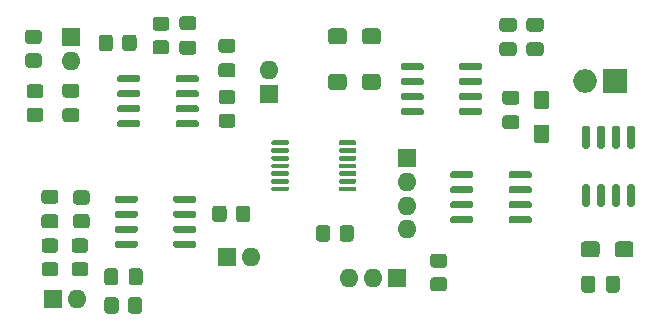
<source format=gbr>
%TF.GenerationSoftware,KiCad,Pcbnew,5.1.8+dfsg1-1~bpo10+1*%
%TF.CreationDate,2020-11-21T14:30:28+03:00*%
%TF.ProjectId,ADCandDAC,41444361-6e64-4444-9143-2e6b69636164,rev?*%
%TF.SameCoordinates,Original*%
%TF.FileFunction,Soldermask,Top*%
%TF.FilePolarity,Negative*%
%FSLAX46Y46*%
G04 Gerber Fmt 4.6, Leading zero omitted, Abs format (unit mm)*
G04 Created by KiCad (PCBNEW 5.1.8+dfsg1-1~bpo10+1) date 2020-11-21 14:30:28*
%MOMM*%
%LPD*%
G01*
G04 APERTURE LIST*
%ADD10R,1.600000X1.600000*%
%ADD11O,1.600000X1.600000*%
%ADD12R,2.000000X2.000000*%
%ADD13O,2.000000X2.000000*%
G04 APERTURE END LIST*
%TO.C,C4*%
G36*
G01*
X45406600Y29065800D02*
X46356600Y29065800D01*
G75*
G02*
X46606600Y28815800I0J-250000D01*
G01*
X46606600Y28140800D01*
G75*
G02*
X46356600Y27890800I-250000J0D01*
G01*
X45406600Y27890800D01*
G75*
G02*
X45156600Y28140800I0J250000D01*
G01*
X45156600Y28815800D01*
G75*
G02*
X45406600Y29065800I250000J0D01*
G01*
G37*
G36*
G01*
X45406600Y26990800D02*
X46356600Y26990800D01*
G75*
G02*
X46606600Y26740800I0J-250000D01*
G01*
X46606600Y26065800D01*
G75*
G02*
X46356600Y25815800I-250000J0D01*
G01*
X45406600Y25815800D01*
G75*
G02*
X45156600Y26065800I0J250000D01*
G01*
X45156600Y26740800D01*
G75*
G02*
X45406600Y26990800I250000J0D01*
G01*
G37*
%TD*%
%TO.C,C3*%
G36*
G01*
X47692600Y26990800D02*
X48642600Y26990800D01*
G75*
G02*
X48892600Y26740800I0J-250000D01*
G01*
X48892600Y26065800D01*
G75*
G02*
X48642600Y25815800I-250000J0D01*
G01*
X47692600Y25815800D01*
G75*
G02*
X47442600Y26065800I0J250000D01*
G01*
X47442600Y26740800D01*
G75*
G02*
X47692600Y26990800I250000J0D01*
G01*
G37*
G36*
G01*
X47692600Y29065800D02*
X48642600Y29065800D01*
G75*
G02*
X48892600Y28815800I0J-250000D01*
G01*
X48892600Y28140800D01*
G75*
G02*
X48642600Y27890800I-250000J0D01*
G01*
X47692600Y27890800D01*
G75*
G02*
X47442600Y28140800I0J250000D01*
G01*
X47442600Y28815800D01*
G75*
G02*
X47692600Y29065800I250000J0D01*
G01*
G37*
%TD*%
%TO.C,C1*%
G36*
G01*
X32212300Y24062001D02*
X32212300Y23211999D01*
G75*
G02*
X31962301Y22962000I-249999J0D01*
G01*
X30887299Y22962000D01*
G75*
G02*
X30637300Y23211999I0J249999D01*
G01*
X30637300Y24062001D01*
G75*
G02*
X30887299Y24312000I249999J0D01*
G01*
X31962301Y24312000D01*
G75*
G02*
X32212300Y24062001I0J-249999D01*
G01*
G37*
G36*
G01*
X35087300Y24062001D02*
X35087300Y23211999D01*
G75*
G02*
X34837301Y22962000I-249999J0D01*
G01*
X33762299Y22962000D01*
G75*
G02*
X33512300Y23211999I0J249999D01*
G01*
X33512300Y24062001D01*
G75*
G02*
X33762299Y24312000I249999J0D01*
G01*
X34837301Y24312000D01*
G75*
G02*
X35087300Y24062001I0J-249999D01*
G01*
G37*
%TD*%
%TO.C,C2*%
G36*
G01*
X35100000Y27922801D02*
X35100000Y27072799D01*
G75*
G02*
X34850001Y26822800I-249999J0D01*
G01*
X33774999Y26822800D01*
G75*
G02*
X33525000Y27072799I0J249999D01*
G01*
X33525000Y27922801D01*
G75*
G02*
X33774999Y28172800I249999J0D01*
G01*
X34850001Y28172800D01*
G75*
G02*
X35100000Y27922801I0J-249999D01*
G01*
G37*
G36*
G01*
X32225000Y27922801D02*
X32225000Y27072799D01*
G75*
G02*
X31975001Y26822800I-249999J0D01*
G01*
X30899999Y26822800D01*
G75*
G02*
X30650000Y27072799I0J249999D01*
G01*
X30650000Y27922801D01*
G75*
G02*
X30899999Y28172800I249999J0D01*
G01*
X31975001Y28172800D01*
G75*
G02*
X32225000Y27922801I0J-249999D01*
G01*
G37*
%TD*%
%TO.C,C5*%
G36*
G01*
X18303000Y27124000D02*
X19253000Y27124000D01*
G75*
G02*
X19503000Y26874000I0J-250000D01*
G01*
X19503000Y26199000D01*
G75*
G02*
X19253000Y25949000I-250000J0D01*
G01*
X18303000Y25949000D01*
G75*
G02*
X18053000Y26199000I0J250000D01*
G01*
X18053000Y26874000D01*
G75*
G02*
X18303000Y27124000I250000J0D01*
G01*
G37*
G36*
G01*
X18303000Y29199000D02*
X19253000Y29199000D01*
G75*
G02*
X19503000Y28949000I0J-250000D01*
G01*
X19503000Y28274000D01*
G75*
G02*
X19253000Y28024000I-250000J0D01*
G01*
X18303000Y28024000D01*
G75*
G02*
X18053000Y28274000I0J250000D01*
G01*
X18053000Y28949000D01*
G75*
G02*
X18303000Y29199000I250000J0D01*
G01*
G37*
%TD*%
%TO.C,C6*%
G36*
G01*
X22555000Y26097500D02*
X21605000Y26097500D01*
G75*
G02*
X21355000Y26347500I0J250000D01*
G01*
X21355000Y27022500D01*
G75*
G02*
X21605000Y27272500I250000J0D01*
G01*
X22555000Y27272500D01*
G75*
G02*
X22805000Y27022500I0J-250000D01*
G01*
X22805000Y26347500D01*
G75*
G02*
X22555000Y26097500I-250000J0D01*
G01*
G37*
G36*
G01*
X22555000Y24022500D02*
X21605000Y24022500D01*
G75*
G02*
X21355000Y24272500I0J250000D01*
G01*
X21355000Y24947500D01*
G75*
G02*
X21605000Y25197500I250000J0D01*
G01*
X22555000Y25197500D01*
G75*
G02*
X22805000Y24947500I0J-250000D01*
G01*
X22805000Y24272500D01*
G75*
G02*
X22555000Y24022500I-250000J0D01*
G01*
G37*
%TD*%
%TO.C,C7*%
G36*
G01*
X9347000Y20234000D02*
X8397000Y20234000D01*
G75*
G02*
X8147000Y20484000I0J250000D01*
G01*
X8147000Y21159000D01*
G75*
G02*
X8397000Y21409000I250000J0D01*
G01*
X9347000Y21409000D01*
G75*
G02*
X9597000Y21159000I0J-250000D01*
G01*
X9597000Y20484000D01*
G75*
G02*
X9347000Y20234000I-250000J0D01*
G01*
G37*
G36*
G01*
X9347000Y22309000D02*
X8397000Y22309000D01*
G75*
G02*
X8147000Y22559000I0J250000D01*
G01*
X8147000Y23234000D01*
G75*
G02*
X8397000Y23484000I250000J0D01*
G01*
X9347000Y23484000D01*
G75*
G02*
X9597000Y23234000I0J-250000D01*
G01*
X9597000Y22559000D01*
G75*
G02*
X9347000Y22309000I-250000J0D01*
G01*
G37*
%TD*%
%TO.C,C8*%
G36*
G01*
X11692000Y6652000D02*
X11692000Y7602000D01*
G75*
G02*
X11942000Y7852000I250000J0D01*
G01*
X12617000Y7852000D01*
G75*
G02*
X12867000Y7602000I0J-250000D01*
G01*
X12867000Y6652000D01*
G75*
G02*
X12617000Y6402000I-250000J0D01*
G01*
X11942000Y6402000D01*
G75*
G02*
X11692000Y6652000I0J250000D01*
G01*
G37*
G36*
G01*
X13767000Y6652000D02*
X13767000Y7602000D01*
G75*
G02*
X14017000Y7852000I250000J0D01*
G01*
X14692000Y7852000D01*
G75*
G02*
X14942000Y7602000I0J-250000D01*
G01*
X14942000Y6652000D01*
G75*
G02*
X14692000Y6402000I-250000J0D01*
G01*
X14017000Y6402000D01*
G75*
G02*
X13767000Y6652000I0J250000D01*
G01*
G37*
%TD*%
%TO.C,C9*%
G36*
G01*
X48286899Y20015200D02*
X49136901Y20015200D01*
G75*
G02*
X49386900Y19765201I0J-249999D01*
G01*
X49386900Y18690199D01*
G75*
G02*
X49136901Y18440200I-249999J0D01*
G01*
X48286899Y18440200D01*
G75*
G02*
X48036900Y18690199I0J249999D01*
G01*
X48036900Y19765201D01*
G75*
G02*
X48286899Y20015200I249999J0D01*
G01*
G37*
G36*
G01*
X48286899Y22890200D02*
X49136901Y22890200D01*
G75*
G02*
X49386900Y22640201I0J-249999D01*
G01*
X49386900Y21565199D01*
G75*
G02*
X49136901Y21315200I-249999J0D01*
G01*
X48286899Y21315200D01*
G75*
G02*
X48036900Y21565199I0J249999D01*
G01*
X48036900Y22640201D01*
G75*
G02*
X48286899Y22890200I249999J0D01*
G01*
G37*
%TD*%
%TO.C,C10*%
G36*
G01*
X52049500Y9026099D02*
X52049500Y9876101D01*
G75*
G02*
X52299499Y10126100I249999J0D01*
G01*
X53374501Y10126100D01*
G75*
G02*
X53624500Y9876101I0J-249999D01*
G01*
X53624500Y9026099D01*
G75*
G02*
X53374501Y8776100I-249999J0D01*
G01*
X52299499Y8776100D01*
G75*
G02*
X52049500Y9026099I0J249999D01*
G01*
G37*
G36*
G01*
X54924500Y9026099D02*
X54924500Y9876101D01*
G75*
G02*
X55174499Y10126100I249999J0D01*
G01*
X56249501Y10126100D01*
G75*
G02*
X56499500Y9876101I0J-249999D01*
G01*
X56499500Y9026099D01*
G75*
G02*
X56249501Y8776100I-249999J0D01*
G01*
X55174499Y8776100D01*
G75*
G02*
X54924500Y9026099I0J249999D01*
G01*
G37*
%TD*%
%TO.C,C11*%
G36*
G01*
X6619000Y14488500D02*
X7569000Y14488500D01*
G75*
G02*
X7819000Y14238500I0J-250000D01*
G01*
X7819000Y13563500D01*
G75*
G02*
X7569000Y13313500I-250000J0D01*
G01*
X6619000Y13313500D01*
G75*
G02*
X6369000Y13563500I0J250000D01*
G01*
X6369000Y14238500D01*
G75*
G02*
X6619000Y14488500I250000J0D01*
G01*
G37*
G36*
G01*
X6619000Y12413500D02*
X7569000Y12413500D01*
G75*
G02*
X7819000Y12163500I0J-250000D01*
G01*
X7819000Y11488500D01*
G75*
G02*
X7569000Y11238500I-250000J0D01*
G01*
X6619000Y11238500D01*
G75*
G02*
X6369000Y11488500I0J250000D01*
G01*
X6369000Y12163500D01*
G75*
G02*
X6619000Y12413500I250000J0D01*
G01*
G37*
%TD*%
%TO.C,C12*%
G36*
G01*
X45646100Y22887100D02*
X46596100Y22887100D01*
G75*
G02*
X46846100Y22637100I0J-250000D01*
G01*
X46846100Y21962100D01*
G75*
G02*
X46596100Y21712100I-250000J0D01*
G01*
X45646100Y21712100D01*
G75*
G02*
X45396100Y21962100I0J250000D01*
G01*
X45396100Y22637100D01*
G75*
G02*
X45646100Y22887100I250000J0D01*
G01*
G37*
G36*
G01*
X45646100Y20812100D02*
X46596100Y20812100D01*
G75*
G02*
X46846100Y20562100I0J-250000D01*
G01*
X46846100Y19887100D01*
G75*
G02*
X46596100Y19637100I-250000J0D01*
G01*
X45646100Y19637100D01*
G75*
G02*
X45396100Y19887100I0J250000D01*
G01*
X45396100Y20562100D01*
G75*
G02*
X45646100Y20812100I250000J0D01*
G01*
G37*
%TD*%
%TO.C,C13*%
G36*
G01*
X54165700Y6042400D02*
X54165700Y6992400D01*
G75*
G02*
X54415700Y7242400I250000J0D01*
G01*
X55090700Y7242400D01*
G75*
G02*
X55340700Y6992400I0J-250000D01*
G01*
X55340700Y6042400D01*
G75*
G02*
X55090700Y5792400I-250000J0D01*
G01*
X54415700Y5792400D01*
G75*
G02*
X54165700Y6042400I0J250000D01*
G01*
G37*
G36*
G01*
X52090700Y6042400D02*
X52090700Y6992400D01*
G75*
G02*
X52340700Y7242400I250000J0D01*
G01*
X53015700Y7242400D01*
G75*
G02*
X53265700Y6992400I0J-250000D01*
G01*
X53265700Y6042400D01*
G75*
G02*
X53015700Y5792400I-250000J0D01*
G01*
X52340700Y5792400D01*
G75*
G02*
X52090700Y6042400I0J250000D01*
G01*
G37*
%TD*%
%TO.C,D1*%
G36*
G01*
X42932000Y12103000D02*
X42932000Y11803000D01*
G75*
G02*
X42782000Y11653000I-150000J0D01*
G01*
X41132000Y11653000D01*
G75*
G02*
X40982000Y11803000I0J150000D01*
G01*
X40982000Y12103000D01*
G75*
G02*
X41132000Y12253000I150000J0D01*
G01*
X42782000Y12253000D01*
G75*
G02*
X42932000Y12103000I0J-150000D01*
G01*
G37*
G36*
G01*
X42932000Y13373000D02*
X42932000Y13073000D01*
G75*
G02*
X42782000Y12923000I-150000J0D01*
G01*
X41132000Y12923000D01*
G75*
G02*
X40982000Y13073000I0J150000D01*
G01*
X40982000Y13373000D01*
G75*
G02*
X41132000Y13523000I150000J0D01*
G01*
X42782000Y13523000D01*
G75*
G02*
X42932000Y13373000I0J-150000D01*
G01*
G37*
G36*
G01*
X42932000Y14643000D02*
X42932000Y14343000D01*
G75*
G02*
X42782000Y14193000I-150000J0D01*
G01*
X41132000Y14193000D01*
G75*
G02*
X40982000Y14343000I0J150000D01*
G01*
X40982000Y14643000D01*
G75*
G02*
X41132000Y14793000I150000J0D01*
G01*
X42782000Y14793000D01*
G75*
G02*
X42932000Y14643000I0J-150000D01*
G01*
G37*
G36*
G01*
X42932000Y15913000D02*
X42932000Y15613000D01*
G75*
G02*
X42782000Y15463000I-150000J0D01*
G01*
X41132000Y15463000D01*
G75*
G02*
X40982000Y15613000I0J150000D01*
G01*
X40982000Y15913000D01*
G75*
G02*
X41132000Y16063000I150000J0D01*
G01*
X42782000Y16063000D01*
G75*
G02*
X42932000Y15913000I0J-150000D01*
G01*
G37*
G36*
G01*
X47882000Y15913000D02*
X47882000Y15613000D01*
G75*
G02*
X47732000Y15463000I-150000J0D01*
G01*
X46082000Y15463000D01*
G75*
G02*
X45932000Y15613000I0J150000D01*
G01*
X45932000Y15913000D01*
G75*
G02*
X46082000Y16063000I150000J0D01*
G01*
X47732000Y16063000D01*
G75*
G02*
X47882000Y15913000I0J-150000D01*
G01*
G37*
G36*
G01*
X47882000Y14643000D02*
X47882000Y14343000D01*
G75*
G02*
X47732000Y14193000I-150000J0D01*
G01*
X46082000Y14193000D01*
G75*
G02*
X45932000Y14343000I0J150000D01*
G01*
X45932000Y14643000D01*
G75*
G02*
X46082000Y14793000I150000J0D01*
G01*
X47732000Y14793000D01*
G75*
G02*
X47882000Y14643000I0J-150000D01*
G01*
G37*
G36*
G01*
X47882000Y13373000D02*
X47882000Y13073000D01*
G75*
G02*
X47732000Y12923000I-150000J0D01*
G01*
X46082000Y12923000D01*
G75*
G02*
X45932000Y13073000I0J150000D01*
G01*
X45932000Y13373000D01*
G75*
G02*
X46082000Y13523000I150000J0D01*
G01*
X47732000Y13523000D01*
G75*
G02*
X47882000Y13373000I0J-150000D01*
G01*
G37*
G36*
G01*
X47882000Y12103000D02*
X47882000Y11803000D01*
G75*
G02*
X47732000Y11653000I-150000J0D01*
G01*
X46082000Y11653000D01*
G75*
G02*
X45932000Y11803000I0J150000D01*
G01*
X45932000Y12103000D01*
G75*
G02*
X46082000Y12253000I150000J0D01*
G01*
X47732000Y12253000D01*
G75*
G02*
X47882000Y12103000I0J-150000D01*
G01*
G37*
%TD*%
D10*
%TO.C,J1*%
X8872000Y27447000D03*
D11*
X8872000Y25447000D03*
%TD*%
%TO.C,J2*%
X25636000Y24621000D03*
D10*
X25636000Y22621000D03*
%TD*%
D11*
%TO.C,J3*%
X9348000Y5222000D03*
D10*
X7348000Y5222000D03*
%TD*%
D12*
%TO.C,J4*%
X54934900Y23725900D03*
D13*
X52394900Y23725900D03*
%TD*%
D10*
%TO.C,J5*%
X22092700Y8778000D03*
D11*
X24092700Y8778000D03*
%TD*%
D10*
%TO.C,J6*%
X36456400Y7000000D03*
D11*
X34456400Y7000000D03*
X32456400Y7000000D03*
%TD*%
D10*
%TO.C,J7*%
X37320000Y17160000D03*
D11*
X37320000Y15160000D03*
X37320000Y13160000D03*
X37320000Y11160000D03*
%TD*%
%TO.C,R1*%
G36*
G01*
X13225000Y26488999D02*
X13225000Y27389001D01*
G75*
G02*
X13474999Y27639000I249999J0D01*
G01*
X14175001Y27639000D01*
G75*
G02*
X14425000Y27389001I0J-249999D01*
G01*
X14425000Y26488999D01*
G75*
G02*
X14175001Y26239000I-249999J0D01*
G01*
X13474999Y26239000D01*
G75*
G02*
X13225000Y26488999I0J249999D01*
G01*
G37*
G36*
G01*
X11225000Y26488999D02*
X11225000Y27389001D01*
G75*
G02*
X11474999Y27639000I249999J0D01*
G01*
X12175001Y27639000D01*
G75*
G02*
X12425000Y27389001I0J-249999D01*
G01*
X12425000Y26488999D01*
G75*
G02*
X12175001Y26239000I-249999J0D01*
G01*
X11474999Y26239000D01*
G75*
G02*
X11225000Y26488999I0J249999D01*
G01*
G37*
%TD*%
%TO.C,R2*%
G36*
G01*
X5246999Y28047000D02*
X6147001Y28047000D01*
G75*
G02*
X6397000Y27797001I0J-249999D01*
G01*
X6397000Y27096999D01*
G75*
G02*
X6147001Y26847000I-249999J0D01*
G01*
X5246999Y26847000D01*
G75*
G02*
X4997000Y27096999I0J249999D01*
G01*
X4997000Y27797001D01*
G75*
G02*
X5246999Y28047000I249999J0D01*
G01*
G37*
G36*
G01*
X5246999Y26047000D02*
X6147001Y26047000D01*
G75*
G02*
X6397000Y25797001I0J-249999D01*
G01*
X6397000Y25096999D01*
G75*
G02*
X6147001Y24847000I-249999J0D01*
G01*
X5246999Y24847000D01*
G75*
G02*
X4997000Y25096999I0J249999D01*
G01*
X4997000Y25797001D01*
G75*
G02*
X5246999Y26047000I249999J0D01*
G01*
G37*
%TD*%
%TO.C,R3*%
G36*
G01*
X16041999Y29158000D02*
X16942001Y29158000D01*
G75*
G02*
X17192000Y28908001I0J-249999D01*
G01*
X17192000Y28207999D01*
G75*
G02*
X16942001Y27958000I-249999J0D01*
G01*
X16041999Y27958000D01*
G75*
G02*
X15792000Y28207999I0J249999D01*
G01*
X15792000Y28908001D01*
G75*
G02*
X16041999Y29158000I249999J0D01*
G01*
G37*
G36*
G01*
X16041999Y27158000D02*
X16942001Y27158000D01*
G75*
G02*
X17192000Y26908001I0J-249999D01*
G01*
X17192000Y26207999D01*
G75*
G02*
X16942001Y25958000I-249999J0D01*
G01*
X16041999Y25958000D01*
G75*
G02*
X15792000Y26207999I0J249999D01*
G01*
X15792000Y26908001D01*
G75*
G02*
X16041999Y27158000I249999J0D01*
G01*
G37*
%TD*%
%TO.C,R4*%
G36*
G01*
X22530001Y21751000D02*
X21629999Y21751000D01*
G75*
G02*
X21380000Y22000999I0J249999D01*
G01*
X21380000Y22701001D01*
G75*
G02*
X21629999Y22951000I249999J0D01*
G01*
X22530001Y22951000D01*
G75*
G02*
X22780000Y22701001I0J-249999D01*
G01*
X22780000Y22000999D01*
G75*
G02*
X22530001Y21751000I-249999J0D01*
G01*
G37*
G36*
G01*
X22530001Y19751000D02*
X21629999Y19751000D01*
G75*
G02*
X21380000Y20000999I0J249999D01*
G01*
X21380000Y20701001D01*
G75*
G02*
X21629999Y20951000I249999J0D01*
G01*
X22530001Y20951000D01*
G75*
G02*
X22780000Y20701001I0J-249999D01*
G01*
X22780000Y20000999D01*
G75*
G02*
X22530001Y19751000I-249999J0D01*
G01*
G37*
%TD*%
%TO.C,R5*%
G36*
G01*
X7544001Y9178000D02*
X6643999Y9178000D01*
G75*
G02*
X6394000Y9427999I0J249999D01*
G01*
X6394000Y10128001D01*
G75*
G02*
X6643999Y10378000I249999J0D01*
G01*
X7544001Y10378000D01*
G75*
G02*
X7794000Y10128001I0J-249999D01*
G01*
X7794000Y9427999D01*
G75*
G02*
X7544001Y9178000I-249999J0D01*
G01*
G37*
G36*
G01*
X7544001Y7178000D02*
X6643999Y7178000D01*
G75*
G02*
X6394000Y7427999I0J249999D01*
G01*
X6394000Y8128001D01*
G75*
G02*
X6643999Y8378000I249999J0D01*
G01*
X7544001Y8378000D01*
G75*
G02*
X7794000Y8128001I0J-249999D01*
G01*
X7794000Y7427999D01*
G75*
G02*
X7544001Y7178000I-249999J0D01*
G01*
G37*
%TD*%
%TO.C,R6*%
G36*
G01*
X10084001Y7178000D02*
X9183999Y7178000D01*
G75*
G02*
X8934000Y7427999I0J249999D01*
G01*
X8934000Y8128001D01*
G75*
G02*
X9183999Y8378000I249999J0D01*
G01*
X10084001Y8378000D01*
G75*
G02*
X10334000Y8128001I0J-249999D01*
G01*
X10334000Y7427999D01*
G75*
G02*
X10084001Y7178000I-249999J0D01*
G01*
G37*
G36*
G01*
X10084001Y9178000D02*
X9183999Y9178000D01*
G75*
G02*
X8934000Y9427999I0J249999D01*
G01*
X8934000Y10128001D01*
G75*
G02*
X9183999Y10378000I249999J0D01*
G01*
X10084001Y10378000D01*
G75*
G02*
X10334000Y10128001I0J-249999D01*
G01*
X10334000Y9427999D01*
G75*
G02*
X10084001Y9178000I-249999J0D01*
G01*
G37*
%TD*%
%TO.C,R7*%
G36*
G01*
X5373999Y21443000D02*
X6274001Y21443000D01*
G75*
G02*
X6524000Y21193001I0J-249999D01*
G01*
X6524000Y20492999D01*
G75*
G02*
X6274001Y20243000I-249999J0D01*
G01*
X5373999Y20243000D01*
G75*
G02*
X5124000Y20492999I0J249999D01*
G01*
X5124000Y21193001D01*
G75*
G02*
X5373999Y21443000I249999J0D01*
G01*
G37*
G36*
G01*
X5373999Y23443000D02*
X6274001Y23443000D01*
G75*
G02*
X6524000Y23193001I0J-249999D01*
G01*
X6524000Y22492999D01*
G75*
G02*
X6274001Y22243000I-249999J0D01*
G01*
X5373999Y22243000D01*
G75*
G02*
X5124000Y22492999I0J249999D01*
G01*
X5124000Y23193001D01*
G75*
G02*
X5373999Y23443000I249999J0D01*
G01*
G37*
%TD*%
%TO.C,R8*%
G36*
G01*
X13701000Y4263999D02*
X13701000Y5164001D01*
G75*
G02*
X13950999Y5414000I249999J0D01*
G01*
X14651001Y5414000D01*
G75*
G02*
X14901000Y5164001I0J-249999D01*
G01*
X14901000Y4263999D01*
G75*
G02*
X14651001Y4014000I-249999J0D01*
G01*
X13950999Y4014000D01*
G75*
G02*
X13701000Y4263999I0J249999D01*
G01*
G37*
G36*
G01*
X11701000Y4263999D02*
X11701000Y5164001D01*
G75*
G02*
X11950999Y5414000I249999J0D01*
G01*
X12651001Y5414000D01*
G75*
G02*
X12901000Y5164001I0J-249999D01*
G01*
X12901000Y4263999D01*
G75*
G02*
X12651001Y4014000I-249999J0D01*
G01*
X11950999Y4014000D01*
G75*
G02*
X11701000Y4263999I0J249999D01*
G01*
G37*
%TD*%
%TO.C,R9*%
G36*
G01*
X10211001Y11242000D02*
X9310999Y11242000D01*
G75*
G02*
X9061000Y11491999I0J249999D01*
G01*
X9061000Y12192001D01*
G75*
G02*
X9310999Y12442000I249999J0D01*
G01*
X10211001Y12442000D01*
G75*
G02*
X10461000Y12192001I0J-249999D01*
G01*
X10461000Y11491999D01*
G75*
G02*
X10211001Y11242000I-249999J0D01*
G01*
G37*
G36*
G01*
X10211001Y13242000D02*
X9310999Y13242000D01*
G75*
G02*
X9061000Y13491999I0J249999D01*
G01*
X9061000Y14192001D01*
G75*
G02*
X9310999Y14442000I249999J0D01*
G01*
X10211001Y14442000D01*
G75*
G02*
X10461000Y14192001I0J-249999D01*
G01*
X10461000Y13491999D01*
G75*
G02*
X10211001Y13242000I-249999J0D01*
G01*
G37*
%TD*%
%TO.C,R10*%
G36*
G01*
X40452241Y7897840D02*
X39552239Y7897840D01*
G75*
G02*
X39302240Y8147839I0J249999D01*
G01*
X39302240Y8847841D01*
G75*
G02*
X39552239Y9097840I249999J0D01*
G01*
X40452241Y9097840D01*
G75*
G02*
X40702240Y8847841I0J-249999D01*
G01*
X40702240Y8147839D01*
G75*
G02*
X40452241Y7897840I-249999J0D01*
G01*
G37*
G36*
G01*
X40452241Y5897840D02*
X39552239Y5897840D01*
G75*
G02*
X39302240Y6147839I0J249999D01*
G01*
X39302240Y6847841D01*
G75*
G02*
X39552239Y7097840I249999J0D01*
G01*
X40452241Y7097840D01*
G75*
G02*
X40702240Y6847841I0J-249999D01*
G01*
X40702240Y6147839D01*
G75*
G02*
X40452241Y5897840I-249999J0D01*
G01*
G37*
%TD*%
%TO.C,R11*%
G36*
G01*
X20845000Y12010999D02*
X20845000Y12911001D01*
G75*
G02*
X21094999Y13161000I249999J0D01*
G01*
X21795001Y13161000D01*
G75*
G02*
X22045000Y12911001I0J-249999D01*
G01*
X22045000Y12010999D01*
G75*
G02*
X21795001Y11761000I-249999J0D01*
G01*
X21094999Y11761000D01*
G75*
G02*
X20845000Y12010999I0J249999D01*
G01*
G37*
G36*
G01*
X22845000Y12010999D02*
X22845000Y12911001D01*
G75*
G02*
X23094999Y13161000I249999J0D01*
G01*
X23795001Y13161000D01*
G75*
G02*
X24045000Y12911001I0J-249999D01*
G01*
X24045000Y12010999D01*
G75*
G02*
X23795001Y11761000I-249999J0D01*
G01*
X23094999Y11761000D01*
G75*
G02*
X22845000Y12010999I0J249999D01*
G01*
G37*
%TD*%
%TO.C,R12*%
G36*
G01*
X32824000Y11260001D02*
X32824000Y10359999D01*
G75*
G02*
X32574001Y10110000I-249999J0D01*
G01*
X31873999Y10110000D01*
G75*
G02*
X31624000Y10359999I0J249999D01*
G01*
X31624000Y11260001D01*
G75*
G02*
X31873999Y11510000I249999J0D01*
G01*
X32574001Y11510000D01*
G75*
G02*
X32824000Y11260001I0J-249999D01*
G01*
G37*
G36*
G01*
X30824000Y11260001D02*
X30824000Y10359999D01*
G75*
G02*
X30574001Y10110000I-249999J0D01*
G01*
X29873999Y10110000D01*
G75*
G02*
X29624000Y10359999I0J249999D01*
G01*
X29624000Y11260001D01*
G75*
G02*
X29873999Y11510000I249999J0D01*
G01*
X30574001Y11510000D01*
G75*
G02*
X30824000Y11260001I0J-249999D01*
G01*
G37*
%TD*%
%TO.C,U1*%
G36*
G01*
X19688000Y20231000D02*
X19688000Y19931000D01*
G75*
G02*
X19538000Y19781000I-150000J0D01*
G01*
X17888000Y19781000D01*
G75*
G02*
X17738000Y19931000I0J150000D01*
G01*
X17738000Y20231000D01*
G75*
G02*
X17888000Y20381000I150000J0D01*
G01*
X19538000Y20381000D01*
G75*
G02*
X19688000Y20231000I0J-150000D01*
G01*
G37*
G36*
G01*
X19688000Y21501000D02*
X19688000Y21201000D01*
G75*
G02*
X19538000Y21051000I-150000J0D01*
G01*
X17888000Y21051000D01*
G75*
G02*
X17738000Y21201000I0J150000D01*
G01*
X17738000Y21501000D01*
G75*
G02*
X17888000Y21651000I150000J0D01*
G01*
X19538000Y21651000D01*
G75*
G02*
X19688000Y21501000I0J-150000D01*
G01*
G37*
G36*
G01*
X19688000Y22771000D02*
X19688000Y22471000D01*
G75*
G02*
X19538000Y22321000I-150000J0D01*
G01*
X17888000Y22321000D01*
G75*
G02*
X17738000Y22471000I0J150000D01*
G01*
X17738000Y22771000D01*
G75*
G02*
X17888000Y22921000I150000J0D01*
G01*
X19538000Y22921000D01*
G75*
G02*
X19688000Y22771000I0J-150000D01*
G01*
G37*
G36*
G01*
X19688000Y24041000D02*
X19688000Y23741000D01*
G75*
G02*
X19538000Y23591000I-150000J0D01*
G01*
X17888000Y23591000D01*
G75*
G02*
X17738000Y23741000I0J150000D01*
G01*
X17738000Y24041000D01*
G75*
G02*
X17888000Y24191000I150000J0D01*
G01*
X19538000Y24191000D01*
G75*
G02*
X19688000Y24041000I0J-150000D01*
G01*
G37*
G36*
G01*
X14738000Y24041000D02*
X14738000Y23741000D01*
G75*
G02*
X14588000Y23591000I-150000J0D01*
G01*
X12938000Y23591000D01*
G75*
G02*
X12788000Y23741000I0J150000D01*
G01*
X12788000Y24041000D01*
G75*
G02*
X12938000Y24191000I150000J0D01*
G01*
X14588000Y24191000D01*
G75*
G02*
X14738000Y24041000I0J-150000D01*
G01*
G37*
G36*
G01*
X14738000Y22771000D02*
X14738000Y22471000D01*
G75*
G02*
X14588000Y22321000I-150000J0D01*
G01*
X12938000Y22321000D01*
G75*
G02*
X12788000Y22471000I0J150000D01*
G01*
X12788000Y22771000D01*
G75*
G02*
X12938000Y22921000I150000J0D01*
G01*
X14588000Y22921000D01*
G75*
G02*
X14738000Y22771000I0J-150000D01*
G01*
G37*
G36*
G01*
X14738000Y21501000D02*
X14738000Y21201000D01*
G75*
G02*
X14588000Y21051000I-150000J0D01*
G01*
X12938000Y21051000D01*
G75*
G02*
X12788000Y21201000I0J150000D01*
G01*
X12788000Y21501000D01*
G75*
G02*
X12938000Y21651000I150000J0D01*
G01*
X14588000Y21651000D01*
G75*
G02*
X14738000Y21501000I0J-150000D01*
G01*
G37*
G36*
G01*
X14738000Y20231000D02*
X14738000Y19931000D01*
G75*
G02*
X14588000Y19781000I-150000J0D01*
G01*
X12938000Y19781000D01*
G75*
G02*
X12788000Y19931000I0J150000D01*
G01*
X12788000Y20231000D01*
G75*
G02*
X12938000Y20381000I150000J0D01*
G01*
X14588000Y20381000D01*
G75*
G02*
X14738000Y20231000I0J-150000D01*
G01*
G37*
%TD*%
%TO.C,U2*%
G36*
G01*
X12579000Y13542000D02*
X12579000Y13842000D01*
G75*
G02*
X12729000Y13992000I150000J0D01*
G01*
X14379000Y13992000D01*
G75*
G02*
X14529000Y13842000I0J-150000D01*
G01*
X14529000Y13542000D01*
G75*
G02*
X14379000Y13392000I-150000J0D01*
G01*
X12729000Y13392000D01*
G75*
G02*
X12579000Y13542000I0J150000D01*
G01*
G37*
G36*
G01*
X12579000Y12272000D02*
X12579000Y12572000D01*
G75*
G02*
X12729000Y12722000I150000J0D01*
G01*
X14379000Y12722000D01*
G75*
G02*
X14529000Y12572000I0J-150000D01*
G01*
X14529000Y12272000D01*
G75*
G02*
X14379000Y12122000I-150000J0D01*
G01*
X12729000Y12122000D01*
G75*
G02*
X12579000Y12272000I0J150000D01*
G01*
G37*
G36*
G01*
X12579000Y11002000D02*
X12579000Y11302000D01*
G75*
G02*
X12729000Y11452000I150000J0D01*
G01*
X14379000Y11452000D01*
G75*
G02*
X14529000Y11302000I0J-150000D01*
G01*
X14529000Y11002000D01*
G75*
G02*
X14379000Y10852000I-150000J0D01*
G01*
X12729000Y10852000D01*
G75*
G02*
X12579000Y11002000I0J150000D01*
G01*
G37*
G36*
G01*
X12579000Y9732000D02*
X12579000Y10032000D01*
G75*
G02*
X12729000Y10182000I150000J0D01*
G01*
X14379000Y10182000D01*
G75*
G02*
X14529000Y10032000I0J-150000D01*
G01*
X14529000Y9732000D01*
G75*
G02*
X14379000Y9582000I-150000J0D01*
G01*
X12729000Y9582000D01*
G75*
G02*
X12579000Y9732000I0J150000D01*
G01*
G37*
G36*
G01*
X17529000Y9732000D02*
X17529000Y10032000D01*
G75*
G02*
X17679000Y10182000I150000J0D01*
G01*
X19329000Y10182000D01*
G75*
G02*
X19479000Y10032000I0J-150000D01*
G01*
X19479000Y9732000D01*
G75*
G02*
X19329000Y9582000I-150000J0D01*
G01*
X17679000Y9582000D01*
G75*
G02*
X17529000Y9732000I0J150000D01*
G01*
G37*
G36*
G01*
X17529000Y11002000D02*
X17529000Y11302000D01*
G75*
G02*
X17679000Y11452000I150000J0D01*
G01*
X19329000Y11452000D01*
G75*
G02*
X19479000Y11302000I0J-150000D01*
G01*
X19479000Y11002000D01*
G75*
G02*
X19329000Y10852000I-150000J0D01*
G01*
X17679000Y10852000D01*
G75*
G02*
X17529000Y11002000I0J150000D01*
G01*
G37*
G36*
G01*
X17529000Y12272000D02*
X17529000Y12572000D01*
G75*
G02*
X17679000Y12722000I150000J0D01*
G01*
X19329000Y12722000D01*
G75*
G02*
X19479000Y12572000I0J-150000D01*
G01*
X19479000Y12272000D01*
G75*
G02*
X19329000Y12122000I-150000J0D01*
G01*
X17679000Y12122000D01*
G75*
G02*
X17529000Y12272000I0J150000D01*
G01*
G37*
G36*
G01*
X17529000Y13542000D02*
X17529000Y13842000D01*
G75*
G02*
X17679000Y13992000I150000J0D01*
G01*
X19329000Y13992000D01*
G75*
G02*
X19479000Y13842000I0J-150000D01*
G01*
X19479000Y13542000D01*
G75*
G02*
X19329000Y13392000I-150000J0D01*
G01*
X17679000Y13392000D01*
G75*
G02*
X17529000Y13542000I0J150000D01*
G01*
G37*
%TD*%
%TO.C,U3*%
G36*
G01*
X36778300Y24769700D02*
X36778300Y25069700D01*
G75*
G02*
X36928300Y25219700I150000J0D01*
G01*
X38578300Y25219700D01*
G75*
G02*
X38728300Y25069700I0J-150000D01*
G01*
X38728300Y24769700D01*
G75*
G02*
X38578300Y24619700I-150000J0D01*
G01*
X36928300Y24619700D01*
G75*
G02*
X36778300Y24769700I0J150000D01*
G01*
G37*
G36*
G01*
X36778300Y23499700D02*
X36778300Y23799700D01*
G75*
G02*
X36928300Y23949700I150000J0D01*
G01*
X38578300Y23949700D01*
G75*
G02*
X38728300Y23799700I0J-150000D01*
G01*
X38728300Y23499700D01*
G75*
G02*
X38578300Y23349700I-150000J0D01*
G01*
X36928300Y23349700D01*
G75*
G02*
X36778300Y23499700I0J150000D01*
G01*
G37*
G36*
G01*
X36778300Y22229700D02*
X36778300Y22529700D01*
G75*
G02*
X36928300Y22679700I150000J0D01*
G01*
X38578300Y22679700D01*
G75*
G02*
X38728300Y22529700I0J-150000D01*
G01*
X38728300Y22229700D01*
G75*
G02*
X38578300Y22079700I-150000J0D01*
G01*
X36928300Y22079700D01*
G75*
G02*
X36778300Y22229700I0J150000D01*
G01*
G37*
G36*
G01*
X36778300Y20959700D02*
X36778300Y21259700D01*
G75*
G02*
X36928300Y21409700I150000J0D01*
G01*
X38578300Y21409700D01*
G75*
G02*
X38728300Y21259700I0J-150000D01*
G01*
X38728300Y20959700D01*
G75*
G02*
X38578300Y20809700I-150000J0D01*
G01*
X36928300Y20809700D01*
G75*
G02*
X36778300Y20959700I0J150000D01*
G01*
G37*
G36*
G01*
X41728300Y20959700D02*
X41728300Y21259700D01*
G75*
G02*
X41878300Y21409700I150000J0D01*
G01*
X43528300Y21409700D01*
G75*
G02*
X43678300Y21259700I0J-150000D01*
G01*
X43678300Y20959700D01*
G75*
G02*
X43528300Y20809700I-150000J0D01*
G01*
X41878300Y20809700D01*
G75*
G02*
X41728300Y20959700I0J150000D01*
G01*
G37*
G36*
G01*
X41728300Y22229700D02*
X41728300Y22529700D01*
G75*
G02*
X41878300Y22679700I150000J0D01*
G01*
X43528300Y22679700D01*
G75*
G02*
X43678300Y22529700I0J-150000D01*
G01*
X43678300Y22229700D01*
G75*
G02*
X43528300Y22079700I-150000J0D01*
G01*
X41878300Y22079700D01*
G75*
G02*
X41728300Y22229700I0J150000D01*
G01*
G37*
G36*
G01*
X41728300Y23499700D02*
X41728300Y23799700D01*
G75*
G02*
X41878300Y23949700I150000J0D01*
G01*
X43528300Y23949700D01*
G75*
G02*
X43678300Y23799700I0J-150000D01*
G01*
X43678300Y23499700D01*
G75*
G02*
X43528300Y23349700I-150000J0D01*
G01*
X41878300Y23349700D01*
G75*
G02*
X41728300Y23499700I0J150000D01*
G01*
G37*
G36*
G01*
X41728300Y24769700D02*
X41728300Y25069700D01*
G75*
G02*
X41878300Y25219700I150000J0D01*
G01*
X43528300Y25219700D01*
G75*
G02*
X43678300Y25069700I0J-150000D01*
G01*
X43678300Y24769700D01*
G75*
G02*
X43528300Y24619700I-150000J0D01*
G01*
X41878300Y24619700D01*
G75*
G02*
X41728300Y24769700I0J150000D01*
G01*
G37*
%TD*%
%TO.C,U4*%
G36*
G01*
X56143800Y14986900D02*
X56443800Y14986900D01*
G75*
G02*
X56593800Y14836900I0J-150000D01*
G01*
X56593800Y13186900D01*
G75*
G02*
X56443800Y13036900I-150000J0D01*
G01*
X56143800Y13036900D01*
G75*
G02*
X55993800Y13186900I0J150000D01*
G01*
X55993800Y14836900D01*
G75*
G02*
X56143800Y14986900I150000J0D01*
G01*
G37*
G36*
G01*
X54873800Y14986900D02*
X55173800Y14986900D01*
G75*
G02*
X55323800Y14836900I0J-150000D01*
G01*
X55323800Y13186900D01*
G75*
G02*
X55173800Y13036900I-150000J0D01*
G01*
X54873800Y13036900D01*
G75*
G02*
X54723800Y13186900I0J150000D01*
G01*
X54723800Y14836900D01*
G75*
G02*
X54873800Y14986900I150000J0D01*
G01*
G37*
G36*
G01*
X53603800Y14986900D02*
X53903800Y14986900D01*
G75*
G02*
X54053800Y14836900I0J-150000D01*
G01*
X54053800Y13186900D01*
G75*
G02*
X53903800Y13036900I-150000J0D01*
G01*
X53603800Y13036900D01*
G75*
G02*
X53453800Y13186900I0J150000D01*
G01*
X53453800Y14836900D01*
G75*
G02*
X53603800Y14986900I150000J0D01*
G01*
G37*
G36*
G01*
X52333800Y14986900D02*
X52633800Y14986900D01*
G75*
G02*
X52783800Y14836900I0J-150000D01*
G01*
X52783800Y13186900D01*
G75*
G02*
X52633800Y13036900I-150000J0D01*
G01*
X52333800Y13036900D01*
G75*
G02*
X52183800Y13186900I0J150000D01*
G01*
X52183800Y14836900D01*
G75*
G02*
X52333800Y14986900I150000J0D01*
G01*
G37*
G36*
G01*
X52333800Y19936900D02*
X52633800Y19936900D01*
G75*
G02*
X52783800Y19786900I0J-150000D01*
G01*
X52783800Y18136900D01*
G75*
G02*
X52633800Y17986900I-150000J0D01*
G01*
X52333800Y17986900D01*
G75*
G02*
X52183800Y18136900I0J150000D01*
G01*
X52183800Y19786900D01*
G75*
G02*
X52333800Y19936900I150000J0D01*
G01*
G37*
G36*
G01*
X53603800Y19936900D02*
X53903800Y19936900D01*
G75*
G02*
X54053800Y19786900I0J-150000D01*
G01*
X54053800Y18136900D01*
G75*
G02*
X53903800Y17986900I-150000J0D01*
G01*
X53603800Y17986900D01*
G75*
G02*
X53453800Y18136900I0J150000D01*
G01*
X53453800Y19786900D01*
G75*
G02*
X53603800Y19936900I150000J0D01*
G01*
G37*
G36*
G01*
X54873800Y19936900D02*
X55173800Y19936900D01*
G75*
G02*
X55323800Y19786900I0J-150000D01*
G01*
X55323800Y18136900D01*
G75*
G02*
X55173800Y17986900I-150000J0D01*
G01*
X54873800Y17986900D01*
G75*
G02*
X54723800Y18136900I0J150000D01*
G01*
X54723800Y19786900D01*
G75*
G02*
X54873800Y19936900I150000J0D01*
G01*
G37*
G36*
G01*
X56143800Y19936900D02*
X56443800Y19936900D01*
G75*
G02*
X56593800Y19786900I0J-150000D01*
G01*
X56593800Y18136900D01*
G75*
G02*
X56443800Y17986900I-150000J0D01*
G01*
X56143800Y17986900D01*
G75*
G02*
X55993800Y18136900I0J150000D01*
G01*
X55993800Y19786900D01*
G75*
G02*
X56143800Y19936900I150000J0D01*
G01*
G37*
%TD*%
%TO.C,U5*%
G36*
G01*
X25846000Y18375000D02*
X25846000Y18575000D01*
G75*
G02*
X25946000Y18675000I100000J0D01*
G01*
X27221000Y18675000D01*
G75*
G02*
X27321000Y18575000I0J-100000D01*
G01*
X27321000Y18375000D01*
G75*
G02*
X27221000Y18275000I-100000J0D01*
G01*
X25946000Y18275000D01*
G75*
G02*
X25846000Y18375000I0J100000D01*
G01*
G37*
G36*
G01*
X25846000Y17725000D02*
X25846000Y17925000D01*
G75*
G02*
X25946000Y18025000I100000J0D01*
G01*
X27221000Y18025000D01*
G75*
G02*
X27321000Y17925000I0J-100000D01*
G01*
X27321000Y17725000D01*
G75*
G02*
X27221000Y17625000I-100000J0D01*
G01*
X25946000Y17625000D01*
G75*
G02*
X25846000Y17725000I0J100000D01*
G01*
G37*
G36*
G01*
X25846000Y17075000D02*
X25846000Y17275000D01*
G75*
G02*
X25946000Y17375000I100000J0D01*
G01*
X27221000Y17375000D01*
G75*
G02*
X27321000Y17275000I0J-100000D01*
G01*
X27321000Y17075000D01*
G75*
G02*
X27221000Y16975000I-100000J0D01*
G01*
X25946000Y16975000D01*
G75*
G02*
X25846000Y17075000I0J100000D01*
G01*
G37*
G36*
G01*
X25846000Y16425000D02*
X25846000Y16625000D01*
G75*
G02*
X25946000Y16725000I100000J0D01*
G01*
X27221000Y16725000D01*
G75*
G02*
X27321000Y16625000I0J-100000D01*
G01*
X27321000Y16425000D01*
G75*
G02*
X27221000Y16325000I-100000J0D01*
G01*
X25946000Y16325000D01*
G75*
G02*
X25846000Y16425000I0J100000D01*
G01*
G37*
G36*
G01*
X25846000Y15775000D02*
X25846000Y15975000D01*
G75*
G02*
X25946000Y16075000I100000J0D01*
G01*
X27221000Y16075000D01*
G75*
G02*
X27321000Y15975000I0J-100000D01*
G01*
X27321000Y15775000D01*
G75*
G02*
X27221000Y15675000I-100000J0D01*
G01*
X25946000Y15675000D01*
G75*
G02*
X25846000Y15775000I0J100000D01*
G01*
G37*
G36*
G01*
X25846000Y15125000D02*
X25846000Y15325000D01*
G75*
G02*
X25946000Y15425000I100000J0D01*
G01*
X27221000Y15425000D01*
G75*
G02*
X27321000Y15325000I0J-100000D01*
G01*
X27321000Y15125000D01*
G75*
G02*
X27221000Y15025000I-100000J0D01*
G01*
X25946000Y15025000D01*
G75*
G02*
X25846000Y15125000I0J100000D01*
G01*
G37*
G36*
G01*
X25846000Y14475000D02*
X25846000Y14675000D01*
G75*
G02*
X25946000Y14775000I100000J0D01*
G01*
X27221000Y14775000D01*
G75*
G02*
X27321000Y14675000I0J-100000D01*
G01*
X27321000Y14475000D01*
G75*
G02*
X27221000Y14375000I-100000J0D01*
G01*
X25946000Y14375000D01*
G75*
G02*
X25846000Y14475000I0J100000D01*
G01*
G37*
G36*
G01*
X31571000Y14475000D02*
X31571000Y14675000D01*
G75*
G02*
X31671000Y14775000I100000J0D01*
G01*
X32946000Y14775000D01*
G75*
G02*
X33046000Y14675000I0J-100000D01*
G01*
X33046000Y14475000D01*
G75*
G02*
X32946000Y14375000I-100000J0D01*
G01*
X31671000Y14375000D01*
G75*
G02*
X31571000Y14475000I0J100000D01*
G01*
G37*
G36*
G01*
X31571000Y15125000D02*
X31571000Y15325000D01*
G75*
G02*
X31671000Y15425000I100000J0D01*
G01*
X32946000Y15425000D01*
G75*
G02*
X33046000Y15325000I0J-100000D01*
G01*
X33046000Y15125000D01*
G75*
G02*
X32946000Y15025000I-100000J0D01*
G01*
X31671000Y15025000D01*
G75*
G02*
X31571000Y15125000I0J100000D01*
G01*
G37*
G36*
G01*
X31571000Y15775000D02*
X31571000Y15975000D01*
G75*
G02*
X31671000Y16075000I100000J0D01*
G01*
X32946000Y16075000D01*
G75*
G02*
X33046000Y15975000I0J-100000D01*
G01*
X33046000Y15775000D01*
G75*
G02*
X32946000Y15675000I-100000J0D01*
G01*
X31671000Y15675000D01*
G75*
G02*
X31571000Y15775000I0J100000D01*
G01*
G37*
G36*
G01*
X31571000Y16425000D02*
X31571000Y16625000D01*
G75*
G02*
X31671000Y16725000I100000J0D01*
G01*
X32946000Y16725000D01*
G75*
G02*
X33046000Y16625000I0J-100000D01*
G01*
X33046000Y16425000D01*
G75*
G02*
X32946000Y16325000I-100000J0D01*
G01*
X31671000Y16325000D01*
G75*
G02*
X31571000Y16425000I0J100000D01*
G01*
G37*
G36*
G01*
X31571000Y17075000D02*
X31571000Y17275000D01*
G75*
G02*
X31671000Y17375000I100000J0D01*
G01*
X32946000Y17375000D01*
G75*
G02*
X33046000Y17275000I0J-100000D01*
G01*
X33046000Y17075000D01*
G75*
G02*
X32946000Y16975000I-100000J0D01*
G01*
X31671000Y16975000D01*
G75*
G02*
X31571000Y17075000I0J100000D01*
G01*
G37*
G36*
G01*
X31571000Y17725000D02*
X31571000Y17925000D01*
G75*
G02*
X31671000Y18025000I100000J0D01*
G01*
X32946000Y18025000D01*
G75*
G02*
X33046000Y17925000I0J-100000D01*
G01*
X33046000Y17725000D01*
G75*
G02*
X32946000Y17625000I-100000J0D01*
G01*
X31671000Y17625000D01*
G75*
G02*
X31571000Y17725000I0J100000D01*
G01*
G37*
G36*
G01*
X31571000Y18375000D02*
X31571000Y18575000D01*
G75*
G02*
X31671000Y18675000I100000J0D01*
G01*
X32946000Y18675000D01*
G75*
G02*
X33046000Y18575000I0J-100000D01*
G01*
X33046000Y18375000D01*
G75*
G02*
X32946000Y18275000I-100000J0D01*
G01*
X31671000Y18275000D01*
G75*
G02*
X31571000Y18375000I0J100000D01*
G01*
G37*
%TD*%
M02*

</source>
